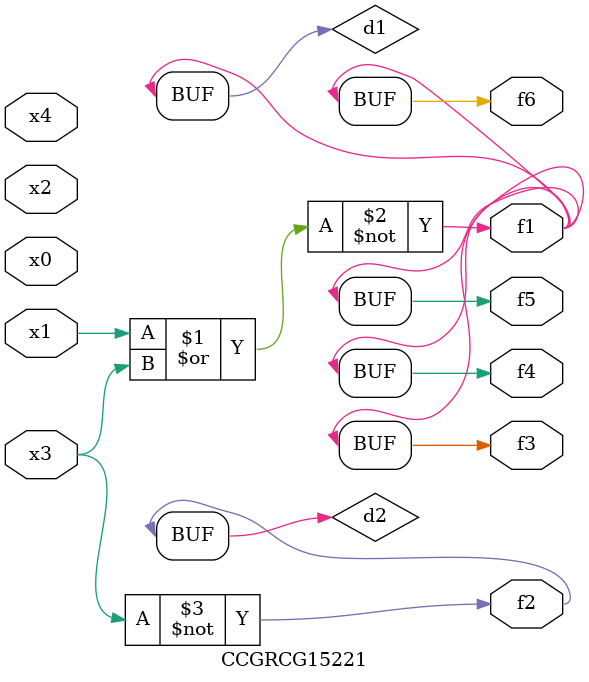
<source format=v>
module CCGRCG15221(
	input x0, x1, x2, x3, x4,
	output f1, f2, f3, f4, f5, f6
);

	wire d1, d2;

	nor (d1, x1, x3);
	not (d2, x3);
	assign f1 = d1;
	assign f2 = d2;
	assign f3 = d1;
	assign f4 = d1;
	assign f5 = d1;
	assign f6 = d1;
endmodule

</source>
